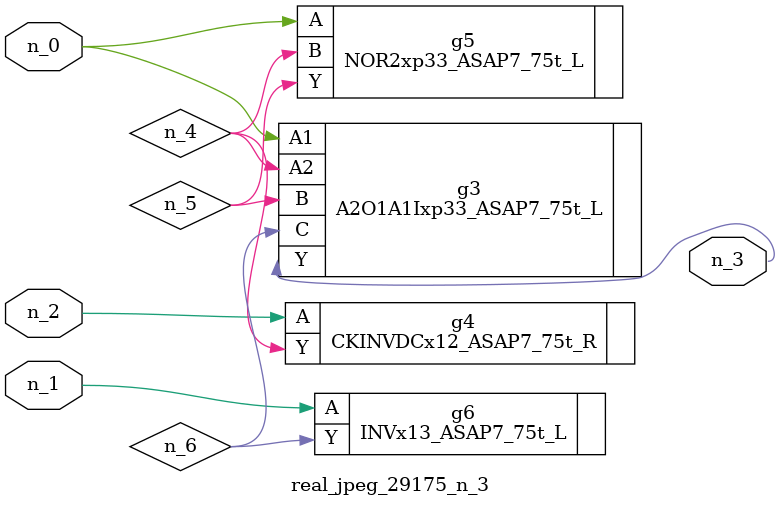
<source format=v>
module real_jpeg_29175_n_3 (n_1, n_0, n_2, n_3);

input n_1;
input n_0;
input n_2;

output n_3;

wire n_5;
wire n_4;
wire n_6;

A2O1A1Ixp33_ASAP7_75t_L g3 ( 
.A1(n_0),
.A2(n_4),
.B(n_5),
.C(n_6),
.Y(n_3)
);

NOR2xp33_ASAP7_75t_L g5 ( 
.A(n_0),
.B(n_4),
.Y(n_5)
);

INVx13_ASAP7_75t_L g6 ( 
.A(n_1),
.Y(n_6)
);

CKINVDCx12_ASAP7_75t_R g4 ( 
.A(n_2),
.Y(n_4)
);


endmodule
</source>
